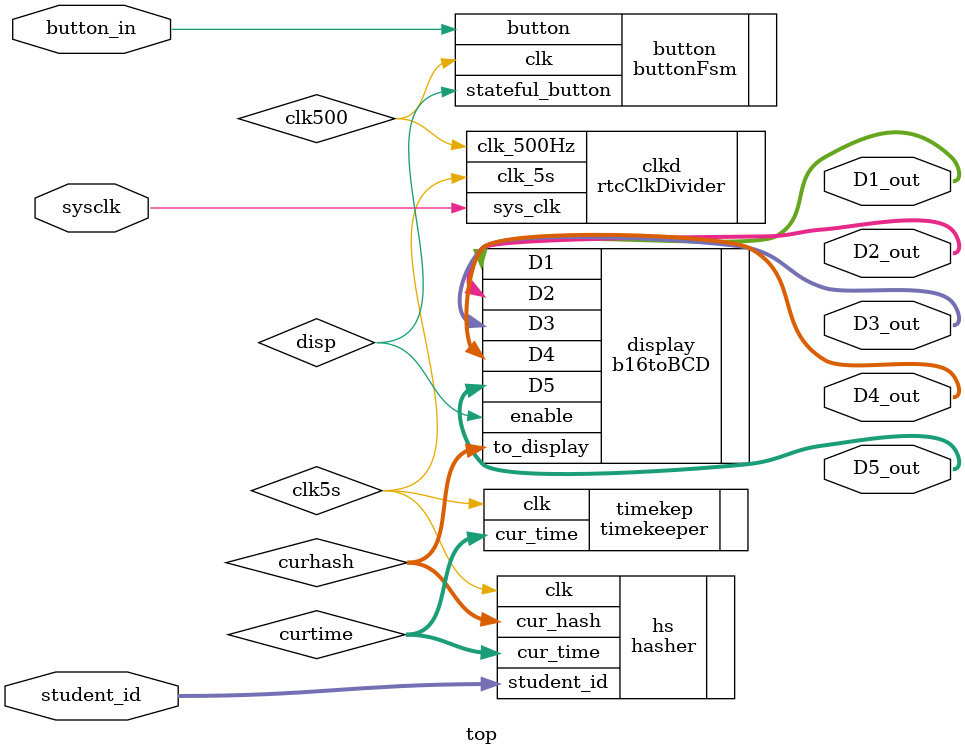
<source format=v>
module top (

	input sysclk,    // 1 MHz
	input button_in,
	input [15:0] student_id,
	output[3:0] D5_out,	
	output[3:0] D4_out,	
	output[3:0] D3_out,	
	output[3:0] D2_out,	
	output[3:0] D1_out		
);

wire clk500;
wire clk5s;
wire [15:0] curtime;
wire [15:0] curhash;
wire disp;
rtcClkDivider clkd(
	.sys_clk(sysclk),    
	.clk_500Hz(clk500), 
	.clk_5s(clk5s)
	);

timekeeper timekep(
	.clk(clk5s),    
	.cur_time(curtime)	
	);

hasher hs(
	.clk(clk5s),  
	.cur_time(curtime),
	.student_id(student_id),
	.cur_hash(curhash)	
	);
buttonFsm button(
	.clk(clk500),
	.button(button_in),    
	.stateful_button(disp)
	);
b16toBCD display(
	.to_display(curhash),
	.enable(disp),
	.D5(D5_out),	
	.D4(D4_out),
	.D3(D3_out),
	.D2(D2_out),
	.D1(D1_out)
	);

endmodule
</source>
